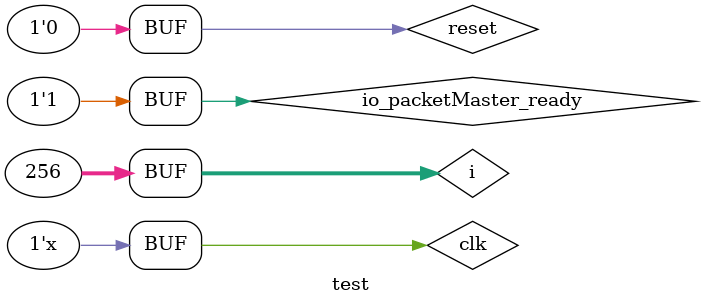
<source format=v>
module test;
  reg [15:0] io_in0;
  reg [0:0] io_packetSlave_valid;
  reg [0:0] io_packetSlave_bits_last;
  reg [7:0] io_packetSlave_bits_fragment;
  wire [0:0] io_packetMaster_ready;
  wire [15:0] io_out0;
  wire [0:0] io_packetSlave_ready;
  wire [0:0] io_packetMaster_valid;
  wire [0:0] io_packetMaster_bits_last;
  wire [7:0] io_packetMaster_bits_fragment;
  reg reset = 1;
  reg clk = 0;
  parameter clk_length = 120;
  always #clk_length clk = ~clk;
  /*** DUT instantiation ***/
    Test
      Test(
        .clk(clk),
        .reset(reset),
        .io_in0(io_in0),
        .io_packetSlave_valid(io_packetSlave_valid),
        .io_packetSlave_bits_last(io_packetSlave_bits_last),
        .io_packetSlave_bits_fragment(io_packetSlave_bits_fragment),
        .io_packetMaster_ready(io_packetMaster_ready),
        .io_out0(io_out0),
        .io_packetSlave_ready(io_packetSlave_ready),
        .io_packetMaster_valid(io_packetMaster_valid),
        .io_packetMaster_bits_last(io_packetMaster_bits_last),
        .io_packetMaster_bits_fragment(io_packetMaster_bits_fragment)
 );

  /*** resets &&  VCD / VPD dumps ***/
  initial begin
  reset = 1;
  #250;
  reset = 0;
  end

  /*** ROM & Mem initialization ***/
  integer i = 0;
  initial begin
  #50;
    for (i = 0 ; i < 256 ; i = i + 1) begin
      Test.logicAnalyser.logger.mem[i] = 0;
    end
  end


	assign io_packetMaster_ready = 1;
endmodule

</source>
